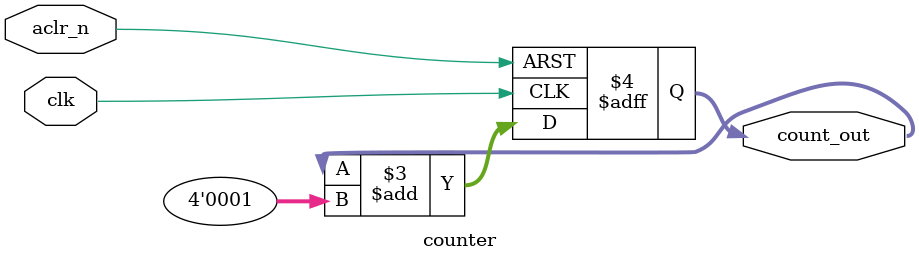
<source format=v>
module counter (clk, aclr_n, count_out);

input clk, aclr_n;
output reg [3:0]count_out;

always @ (posedge clk, negedge aclr_n)
begin
	if(!aclr_n)
		count_out <= 4'b0000;
	else
		count_out <= count_out + 4'b0001;
	
end

endmodule

</source>
